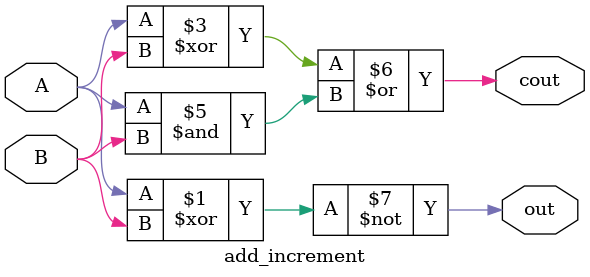
<source format=v>
`timescale 1ns / 1ps


module add_increment(A, B, out, cout);
    input A, B;
    output out, cout;
     

    assign out = A ^ B ^ (1'b1);
    assign cout = ((A ^ B) & (1'b1)) | (A & B);
endmodule

</source>
